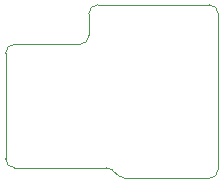
<source format=gbr>
%TF.GenerationSoftware,KiCad,Pcbnew,8.0.6-8.0.6-0~ubuntu24.04.1*%
%TF.CreationDate,2024-11-20T23:40:03+01:00*%
%TF.ProjectId,lumen_PD,6c756d65-6e5f-4504-942e-6b696361645f,rev?*%
%TF.SameCoordinates,Original*%
%TF.FileFunction,Profile,NP*%
%FSLAX46Y46*%
G04 Gerber Fmt 4.6, Leading zero omitted, Abs format (unit mm)*
G04 Created by KiCad (PCBNEW 8.0.6-8.0.6-0~ubuntu24.04.1) date 2024-11-20 23:40:03*
%MOMM*%
%LPD*%
G01*
G04 APERTURE LIST*
%TA.AperFunction,Profile*%
%ADD10C,0.050000*%
%TD*%
G04 APERTURE END LIST*
D10*
X102984184Y-71447596D02*
X110100000Y-71450000D01*
X110100000Y-56750000D02*
G75*
G02*
X110850000Y-57500000I0J-750000D01*
G01*
X110850000Y-70700000D02*
G75*
G02*
X110100000Y-71450000I-750000J0D01*
G01*
X99900000Y-59350000D02*
G75*
G02*
X99150000Y-60100000I-750000J0D01*
G01*
X101897920Y-70737284D02*
X102487238Y-71259106D01*
X102984184Y-71447596D02*
G75*
G02*
X102487223Y-71259123I216J749996D01*
G01*
X99150000Y-60100000D02*
X93600000Y-60100000D01*
X92850000Y-60850000D02*
G75*
G02*
X93600000Y-60100000I750000J0D01*
G01*
X110100000Y-56750000D02*
X100650000Y-56750000D01*
X101400605Y-70548794D02*
G75*
G02*
X101897912Y-70737293I95J-750006D01*
G01*
X110850000Y-70700000D02*
X110850000Y-57500000D01*
X93600000Y-70550000D02*
G75*
G02*
X92850000Y-69800000I0J750000D01*
G01*
X99900000Y-57500000D02*
X99900000Y-59350000D01*
X93600000Y-70550000D02*
X101400605Y-70548794D01*
X92850000Y-60850000D02*
X92850000Y-69800000D01*
X99900000Y-57500000D02*
G75*
G02*
X100650000Y-56750000I750000J0D01*
G01*
M02*

</source>
